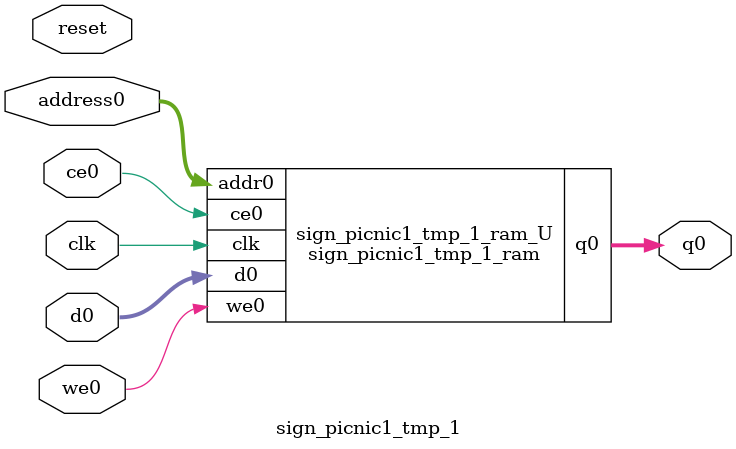
<source format=v>
`timescale 1 ns / 1 ps
module sign_picnic1_tmp_1_ram (addr0, ce0, d0, we0, q0,  clk);

parameter DWIDTH = 8;
parameter AWIDTH = 6;
parameter MEM_SIZE = 36;

input[AWIDTH-1:0] addr0;
input ce0;
input[DWIDTH-1:0] d0;
input we0;
output reg[DWIDTH-1:0] q0;
input clk;

(* ram_style = "distributed" *)reg [DWIDTH-1:0] ram[0:MEM_SIZE-1];




always @(posedge clk)  
begin 
    if (ce0) begin
        if (we0) 
            ram[addr0] <= d0; 
        q0 <= ram[addr0];
    end
end


endmodule

`timescale 1 ns / 1 ps
module sign_picnic1_tmp_1(
    reset,
    clk,
    address0,
    ce0,
    we0,
    d0,
    q0);

parameter DataWidth = 32'd8;
parameter AddressRange = 32'd36;
parameter AddressWidth = 32'd6;
input reset;
input clk;
input[AddressWidth - 1:0] address0;
input ce0;
input we0;
input[DataWidth - 1:0] d0;
output[DataWidth - 1:0] q0;



sign_picnic1_tmp_1_ram sign_picnic1_tmp_1_ram_U(
    .clk( clk ),
    .addr0( address0 ),
    .ce0( ce0 ),
    .we0( we0 ),
    .d0( d0 ),
    .q0( q0 ));

endmodule


</source>
